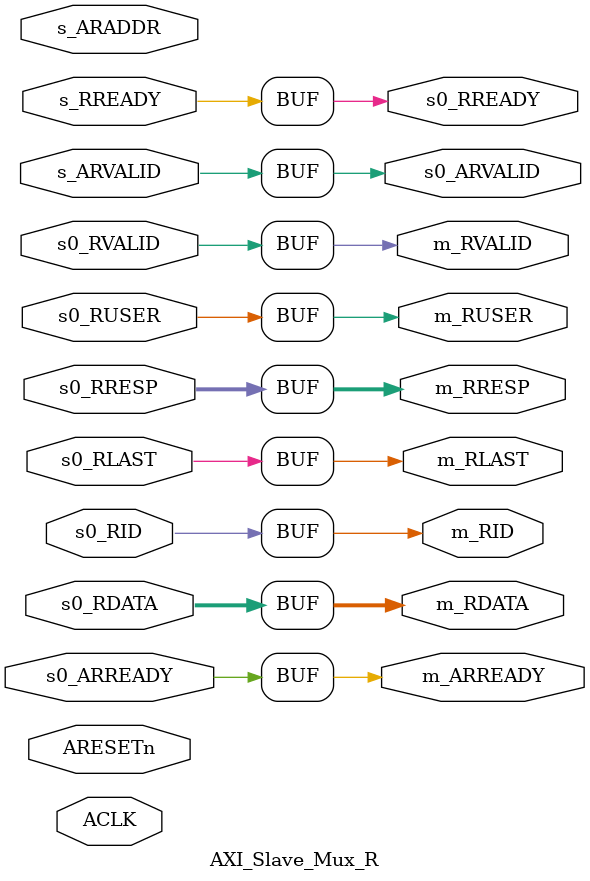
<source format=sv>

`timescale 1ns/1ns

module AXI_Slave_Mux_R#(
    parameter   DATA_WIDTH  = 32,
                ADDR_WIDTH  = 32,
                ID_WIDTH    = 1,
                USER_WIDTH  = 1
)(
	/********* 时钟&复位 *********/
	input                       ACLK,
	input      	                ARESETn,
    /********** 0号从机 **********/
    //读地址通道
    output reg                  s0_ARVALID,
	input	  		            s0_ARREADY,
    //读数据通道
	input	   [ID_WIDTH-1:0]   s0_RID,
	input	   [DATA_WIDTH-1:0] s0_RDATA,
	input	   [1:0]	        s0_RRESP,
	input	  		            s0_RLAST,
	input	   [USER_WIDTH-1:0]	s0_RUSER,
	input	 		            s0_RVALID, 
    output reg                  s0_RREADY, 

    /******** 主控通用信号 ********/
    //读地址通道
	output reg	  		        m_ARREADY,
    //读数据通道
	output reg [ID_WIDTH-1:0]   m_RID,
	output reg [DATA_WIDTH-1:0] m_RDATA,
	output reg [1:0]	        m_RRESP,
	output reg		            m_RLAST,
	output reg [USER_WIDTH-1:0]	m_RUSER,
	output reg	                m_RVALID, 
    /******** 从机通用信号 ********/
    //写地址通道
    input     [ADDR_WIDTH-1:0]	s_ARADDR,
    input                       s_ARVALID,
    //写数据通道
    input                       s_RREADY  
);

    //=========================================================
    //常量定义
    parameter   TCO     =   1;  //寄存器延时


    //=========================================================
    //读地址寄存
    logic [31:0]    araddr;     //读地址寄存器

    always_ff@(posedge ACLK, negedge ARESETn)begin
        if(!ARESETn)
            araddr <= #TCO '0;
        else if(s_ARVALID)                  //读地址握手信号启动时寄存写地址
            araddr <= #TCO s_ARADDR;
        else
            araddr <= #TCO araddr;
    end



    //=========================================================
    //读取通路的多路复用从机信号

    //---------------------------------------------------------
    //其他信号复用
    always_comb begin
        m_ARREADY   = s0_ARREADY;
        m_RID       = s0_RID;
        m_RDATA     = s0_RDATA;
        m_RRESP     = s0_RRESP;
        m_RLAST     = s0_RLAST;
        m_RUSER     = s0_RUSER;
        m_RVALID    = s0_RVALID;
    end

    //---------------------------------------------------------
    //ARVALID信号复用
    always_comb begin
        s0_ARVALID  = s_ARVALID;

    end

    //---------------------------------------------------------
    //RREADY信号复用
    always_comb begin
        s0_RREADY  = s_RREADY;
    end

endmodule
</source>
